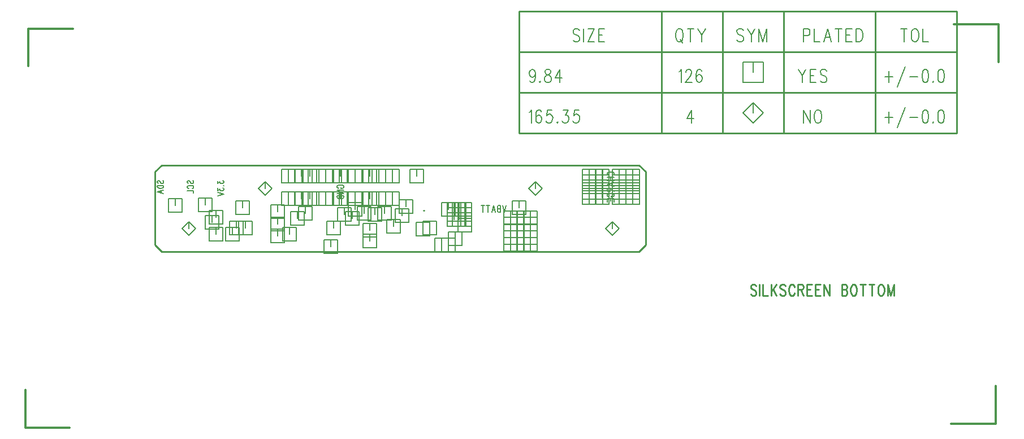
<source format=gbr>
*
*
G04 PADS 9.5 Build Number: 522968 generated Gerber (RS-274-X) file*
G04 PC Version=2.1*
*
%IN "BMON_1.pcb"*%
*
%MOIN*%
*
%FSLAX35Y35*%
*
*
*
*
G04 PC Standard Apertures*
*
*
G04 Thermal Relief Aperture macro.*
%AMTER*
1,1,$1,0,0*
1,0,$1-$2,0,0*
21,0,$3,$4,0,0,45*
21,0,$3,$4,0,0,135*
%
*
*
G04 Annular Aperture macro.*
%AMANN*
1,1,$1,0,0*
1,0,$2,0,0*
%
*
*
G04 Odd Aperture macro.*
%AMODD*
1,1,$1,0,0*
1,0,$1-0.005,0,0*
%
*
*
G04 PC Custom Aperture Macros*
*
*
*
*
*
*
G04 PC Aperture Table*
*
%ADD011C,0.01*%
%ADD015C,0.00591*%
%ADD016C,0.008*%
%ADD033C,0.001*%
%ADD057C,0.01181*%
*
*
*
*
G04 PC Circuitry*
G04 Layer Name BMON_1.pcb - circuitry*
%LPD*%
*
*
G04 PC Custom Flashes*
G04 Layer Name BMON_1.pcb - flashes*
%LPD*%
*
*
G04 PC Circuitry*
G04 Layer Name BMON_1.pcb - circuitry*
%LPD*%
*
G54D11*
G01X2006156Y1659025D02*
X2005701Y1659650D01*
X2005019Y1659963*
X2005019D02*
X2004110D01*
X2004110D02*
X2003429Y1659650D01*
X2002974Y1659025*
Y1658400*
X2003201Y1657775*
X2003429Y1657463*
X2003429D02*
X2003883Y1657150D01*
X2005247Y1656525*
X2005701Y1656213*
X2005701D02*
X2005929Y1655900D01*
X2006156Y1655275*
Y1654338*
X2006156D02*
X2005701Y1653713D01*
X2005701D02*
X2005019Y1653400D01*
X2004110*
X2003429Y1653713*
X2003429D02*
X2002974Y1654338D01*
X2008201Y1659963D02*
Y1653400D01*
X2010247Y1659963D02*
Y1653400D01*
X2012974*
X2015019Y1659963D02*
Y1653400D01*
X2018201Y1659963D02*
X2015019Y1655588D01*
X2016156Y1657150D02*
X2018201Y1653400D01*
X2023429Y1659025D02*
X2022974Y1659650D01*
X2022292Y1659963*
X2022292D02*
X2021383D01*
X2021383D02*
X2020701Y1659650D01*
X2020247Y1659025*
Y1658400*
X2020474Y1657775*
X2020701Y1657463*
X2020701D02*
X2021156Y1657150D01*
X2022519Y1656525*
X2022974Y1656213*
X2022974D02*
X2023201Y1655900D01*
X2023429Y1655275*
Y1654338*
X2023429D02*
X2022974Y1653713D01*
X2022974D02*
X2022292Y1653400D01*
X2021383*
X2020701Y1653713*
X2020701D02*
X2020247Y1654338D01*
X2028883Y1658400D02*
X2028656Y1659025D01*
X2028201Y1659650*
X2027747Y1659963*
X2027747D02*
X2026838D01*
X2026838D02*
X2026383Y1659650D01*
X2025929Y1659025*
X2025701Y1658400*
X2025474Y1657463*
X2025474D02*
Y1655900D01*
X2025701Y1654963*
X2025701D02*
X2025929Y1654338D01*
X2025929D02*
X2026383Y1653713D01*
X2026383D02*
X2026838Y1653400D01*
X2027747*
X2028201Y1653713*
X2028201D02*
X2028656Y1654338D01*
X2028656D02*
X2028883Y1654963D01*
X2030929Y1659963D02*
Y1653400D01*
Y1659963D02*
X2032974D01*
X2032974D02*
X2033656Y1659650D01*
X2033883Y1659338*
X2033883D02*
X2034110Y1658713D01*
X2034110D02*
Y1658088D01*
X2034110D02*
X2033883Y1657463D01*
X2033883D02*
X2033656Y1657150D01*
X2032974Y1656838*
X2032974D02*
X2030929D01*
X2032519D02*
X2034110Y1653400D01*
X2036156Y1659963D02*
Y1653400D01*
Y1659963D02*
X2039110D01*
X2036156Y1656838D02*
X2037974D01*
X2036156Y1653400D02*
X2039110D01*
X2041156Y1659963D02*
Y1653400D01*
Y1659963D02*
X2044110D01*
X2041156Y1656838D02*
X2042974D01*
X2041156Y1653400D02*
X2044110D01*
X2046156Y1659963D02*
Y1653400D01*
Y1659963D02*
X2049338Y1653400D01*
Y1659963D02*
Y1653400D01*
X2056610Y1659963D02*
Y1653400D01*
Y1659963D02*
X2058656D01*
X2058656D02*
X2059338Y1659650D01*
X2059565Y1659338*
X2059565D02*
X2059792Y1658713D01*
X2059792D02*
Y1658088D01*
X2059792D02*
X2059565Y1657463D01*
X2059565D02*
X2059338Y1657150D01*
X2058656Y1656838*
X2056610D02*
X2058656D01*
X2058656D02*
X2059338Y1656525D01*
X2059565Y1656213*
X2059565D02*
X2059792Y1655588D01*
X2059792D02*
Y1654650D01*
X2059565Y1654025*
X2059338Y1653713*
X2059338D02*
X2058656Y1653400D01*
X2056610*
X2063201Y1659963D02*
X2062747Y1659650D01*
X2062292Y1659025*
X2062065Y1658400*
X2061838Y1657463*
X2061838D02*
Y1655900D01*
X2062065Y1654963*
X2062065D02*
X2062292Y1654338D01*
X2062292D02*
X2062747Y1653713D01*
X2062747D02*
X2063201Y1653400D01*
X2064110*
X2064565Y1653713*
X2064565D02*
X2065019Y1654338D01*
X2065019D02*
X2065247Y1654963D01*
X2065247D02*
X2065474Y1655900D01*
Y1657463*
X2065474D02*
X2065247Y1658400D01*
X2065019Y1659025*
X2064565Y1659650*
X2064110Y1659963*
X2064110D02*
X2063201D01*
X2069110D02*
Y1653400D01*
X2067519Y1659963D02*
X2070701D01*
X2074338D02*
Y1653400D01*
X2072747Y1659963D02*
X2075929D01*
X2079338D02*
X2078883Y1659650D01*
X2078429Y1659025*
X2078201Y1658400*
X2077974Y1657463*
X2077974D02*
Y1655900D01*
X2078201Y1654963*
X2078201D02*
X2078429Y1654338D01*
X2078429D02*
X2078883Y1653713D01*
X2078883D02*
X2079338Y1653400D01*
X2080247*
X2080701Y1653713*
X2080701D02*
X2081156Y1654338D01*
X2081156D02*
X2081383Y1654963D01*
X2081383D02*
X2081610Y1655900D01*
Y1657463*
X2081610D02*
X2081383Y1658400D01*
X2081156Y1659025*
X2080701Y1659650*
X2080247Y1659963*
X2080247D02*
X2079338D01*
X2083656D02*
Y1653400D01*
Y1659963D02*
X2085474Y1653400D01*
X2087292Y1659963D02*
X2085474Y1653400D01*
X2087292Y1659963D02*
Y1653400D01*
X1937242Y1730419D02*
X1655746D01*
X1651809Y1726482*
Y1683175*
X1655746Y1679238*
X1937242*
X1941179Y1683175*
Y1726482*
X1937242Y1730419*
X1866494Y1821238D02*
X2124494D01*
X1866494Y1797238D02*
X2124494D01*
X1866494Y1773238D02*
X2124494D01*
X1866494Y1749238D02*
X2124494D01*
X1866494Y1821238D02*
Y1749238D01*
X1950494Y1821238D02*
Y1749238D01*
X1986494Y1821238D02*
Y1749238D01*
X2022494Y1821238D02*
Y1749238D01*
X2076494Y1821238D02*
Y1749238D01*
X2124494Y1821238D02*
Y1749238D01*
G54D15*
X1653693Y1719584D02*
X1653349Y1719835D01*
X1653177Y1720210*
Y1720711*
X1653349Y1721087*
X1653693Y1721338*
X1654038*
X1654382Y1721213*
X1654555Y1721087*
X1654727Y1720837*
X1655071Y1720085*
X1655244Y1719835*
X1655416Y1719709*
X1655760Y1719584*
X1656277*
X1656621Y1719835*
X1656794Y1720210*
Y1720711*
X1656621Y1721087*
X1656277Y1721338*
X1653177Y1718457D02*
X1656794D01*
X1653177D02*
Y1717580D01*
X1653349Y1717204*
X1653693Y1716953*
X1654038Y1716828*
X1654555Y1716703*
X1655416*
X1655932Y1716828*
X1656277Y1716953*
X1656621Y1717204*
X1656794Y1717580*
Y1718457*
X1653177Y1714573D02*
X1656794Y1715575D01*
X1653177Y1714573D02*
X1656794Y1713571D01*
X1655588Y1715200D02*
Y1713947D01*
X1671393Y1719584D02*
X1671049Y1719835D01*
X1670877Y1720210*
Y1720711*
X1671049Y1721087*
X1671393Y1721338*
X1671738*
X1672082Y1721213*
X1672255Y1721087*
X1672427Y1720837*
X1672771Y1720085*
X1672944Y1719835*
X1673116Y1719709*
X1673460Y1719584*
X1673977*
X1674321Y1719835*
X1674494Y1720210*
Y1720711*
X1674321Y1721087*
X1673977Y1721338*
X1671738Y1716578D02*
X1671393Y1716703D01*
X1671049Y1716953*
X1670877Y1717204*
Y1717705*
X1671049Y1717956*
X1671393Y1718206*
X1671738Y1718331*
X1672255Y1718457*
X1673116*
X1673632Y1718331*
X1673977Y1718206*
X1674321Y1717956*
X1674494Y1717705*
Y1717204*
X1674321Y1716953*
X1673977Y1716703*
X1673632Y1716578*
X1670877Y1715450D02*
X1674494D01*
Y1713947*
X1688677Y1721087D02*
Y1719709D01*
X1690055Y1720461*
Y1720085*
X1690227Y1719835*
X1690399Y1719709*
X1690916Y1719584*
X1691260*
X1691777Y1719709*
X1692121Y1719960*
X1692294Y1720336*
Y1720711*
X1692121Y1721087*
X1691949Y1721213*
X1691605Y1721338*
X1691949Y1718331D02*
X1692121Y1718457D01*
X1692294Y1718331*
X1692121Y1718206*
X1691949Y1718331*
X1688677Y1716828D02*
Y1715450D01*
X1690055Y1716202*
Y1715826*
X1690227Y1715575*
X1690399Y1715450*
X1690916Y1715325*
X1691260*
X1691777Y1715450*
X1692121Y1715701*
X1692294Y1716077*
Y1716452*
X1692121Y1716828*
X1691949Y1716953*
X1691605Y1717079*
X1688677Y1714197D02*
X1692294Y1713195D01*
X1688677Y1712193D02*
X1692294Y1713195D01*
X1919441Y1724425D02*
X1919072Y1724559D01*
X1918703Y1724827*
X1918518Y1725096*
Y1725632*
X1918518D02*
X1918703Y1725901D01*
X1919072Y1726169*
X1919441Y1726304*
X1919995Y1726438*
X1920917*
X1921471Y1726304*
X1921840Y1726169*
X1922209Y1725901*
X1922394Y1725632*
X1922394D02*
Y1725096D01*
X1922209Y1724827*
X1921840Y1724559*
X1921471Y1724425*
X1918518Y1723217D02*
X1922394D01*
X1918518Y1721338D02*
X1922394D01*
X1920364Y1723217D02*
Y1721338D01*
X1918518Y1719056D02*
X1922394Y1720130D01*
X1918518Y1719056D02*
X1922394Y1717982D01*
X1921102Y1719727D02*
Y1718385D01*
X1918518Y1716774D02*
X1922394D01*
X1918518D02*
Y1715566D01*
X1918703Y1715164*
X1918887Y1715029*
X1919256Y1714895*
X1919625*
X1919995Y1715029*
X1920179Y1715164*
X1920364Y1715566*
Y1716774*
Y1715835D02*
X1922394Y1714895D01*
X1919441Y1711674D02*
X1919072Y1711808D01*
X1918703Y1712077*
X1918518Y1712345*
Y1712882*
X1918703Y1713150*
X1919072Y1713419*
X1919441Y1713553*
X1919995Y1713687*
X1920917*
X1921471Y1713553*
X1921840Y1713419*
X1922209Y1713150*
X1922394Y1712882*
Y1712345*
X1922209Y1712077*
X1921840Y1711808*
X1921471Y1711674*
X1920917*
Y1712345D02*
Y1711674D01*
X1918518Y1710466D02*
X1922394D01*
X1918518D02*
Y1708721D01*
X1920364Y1710466D02*
Y1709392D01*
X1922394Y1710466D02*
Y1708721D01*
X1858894Y1706613D02*
X1857820Y1702738D01*
X1856746Y1706613D02*
X1857820Y1702738D01*
X1855538Y1706613D02*
Y1702738D01*
Y1706613D02*
X1854330D01*
X1853928Y1706429*
X1853793Y1706244*
X1853659Y1705875*
Y1705506*
X1853793Y1705137*
X1853928Y1704952*
X1854330Y1704768*
X1855538D02*
X1854330D01*
X1853928Y1704583*
X1853793Y1704399*
X1853659Y1704030*
Y1703476*
X1853793Y1703107*
X1853928Y1702922*
X1854330Y1702738*
X1855538*
X1851378Y1706613D02*
X1852451Y1702738D01*
X1851378Y1706613D02*
X1850304Y1702738D01*
X1852049Y1704030D02*
X1850707D01*
X1848156Y1706613D02*
Y1702738D01*
X1849096Y1706613D02*
X1847217D01*
X1845069D02*
Y1702738D01*
X1846009Y1706613D02*
X1844130D01*
X1760041Y1716725D02*
X1759672Y1716859D01*
X1759303Y1717127*
X1759118Y1717396*
Y1717932*
X1759118D02*
X1759303Y1718201D01*
X1759672Y1718469*
X1760041Y1718604*
X1760595Y1718738*
X1761517*
X1762071Y1718604*
X1762440Y1718469*
X1762809Y1718201*
X1762994Y1717932*
X1762994D02*
Y1717396D01*
X1762809Y1717127*
X1762440Y1716859*
X1762071Y1716725*
X1761517*
Y1717396D02*
Y1716725D01*
X1759118Y1715517D02*
X1762994D01*
X1759118D02*
X1762994Y1713638D01*
X1759118D02*
X1762994D01*
X1759118Y1712430D02*
X1762994D01*
X1759118D02*
Y1711490D01*
X1759303Y1711087*
X1759672Y1710819*
X1760041Y1710685*
X1760595Y1710551*
X1761517*
X1762071Y1710685*
X1762440Y1710819*
X1762809Y1711087*
X1762994Y1711490*
Y1712430*
X1810202Y1703559D02*
X1810448Y1703738D01*
X1810694Y1703559*
X1810448Y1703380*
X1810202Y1703559*
G54D16*
X1876218Y1712639D02*
X1880218Y1716639D01*
X1876218Y1720639*
X1872218Y1716639*
X1876218Y1712639*
Y1716639D02*
Y1720639D01*
X1716769Y1712639D02*
X1720769Y1716639D01*
X1716769Y1720639*
X1712769Y1716639*
X1716769Y1712639*
Y1716639D02*
Y1720639D01*
X1921297Y1689017D02*
X1925297Y1693017D01*
X1921297Y1697017*
X1917297Y1693017*
X1921297Y1689017*
Y1693017D02*
Y1697017D01*
X1671691Y1689017D02*
X1675691Y1693017D01*
X1671691Y1697017*
X1667691Y1693017*
X1671691Y1689017*
Y1693017D02*
Y1697017D01*
X1751549Y1678387D02*
X1759549D01*
Y1686387*
X1751549*
Y1678387*
X1755549Y1682387D02*
Y1686387D01*
X1816903Y1679175D02*
X1824903D01*
Y1687175*
X1816903*
Y1679175*
X1820903Y1683175D02*
Y1687175D01*
X1820840Y1679175D02*
X1828840D01*
Y1687175*
X1820840*
Y1679175*
X1824840Y1683175D02*
Y1687175D01*
X1865235Y1679650D02*
X1873235D01*
Y1687650*
X1865235*
Y1679650*
X1869235Y1683650D02*
Y1687650D01*
X1857361Y1679650D02*
X1865361D01*
Y1687650*
X1857361*
Y1679650*
X1861361Y1683650D02*
Y1687650D01*
X1861298Y1679650D02*
X1869298D01*
Y1687650*
X1861298*
Y1679650*
X1865298Y1683650D02*
Y1687650D01*
X1869172Y1679650D02*
X1877172D01*
Y1687650*
X1869172*
Y1679650*
X1873172Y1683650D02*
Y1687650D01*
X1683832Y1685474D02*
X1691832D01*
Y1693474*
X1683832*
Y1685474*
X1687832Y1689474D02*
Y1693474D01*
X1681470Y1692561D02*
X1689470D01*
Y1700561*
X1681470*
Y1692561*
X1685470Y1696561D02*
Y1700561D01*
X1683832Y1695710D02*
X1691832D01*
Y1703710*
X1683832*
Y1695710*
X1687832Y1699710D02*
Y1703710D01*
X1695643Y1689411D02*
X1703643D01*
Y1697411*
X1695643*
Y1689411*
X1699643Y1693411D02*
Y1697411D01*
X1701155Y1689411D02*
X1709155D01*
Y1697411*
X1701155*
Y1689411*
X1705155Y1693411D02*
Y1697411D01*
X1693281Y1685474D02*
X1701281D01*
Y1693474*
X1693281*
Y1685474*
X1697281Y1689474D02*
Y1693474D01*
X1699580Y1701222D02*
X1707580D01*
Y1709222*
X1699580*
Y1701222*
X1703580Y1705222D02*
Y1709222D01*
X1720053Y1698860D02*
X1728053D01*
Y1706860*
X1720053*
Y1698860*
X1724053Y1702860D02*
Y1706860D01*
X1720053Y1691773D02*
X1728053D01*
Y1699773*
X1720053*
Y1691773*
X1724053Y1695773D02*
Y1699773D01*
X1720053Y1684687D02*
X1728053D01*
Y1692687*
X1720053*
Y1684687*
X1724053Y1688687D02*
Y1692687D01*
X1731864Y1694923D02*
X1739864D01*
Y1702923*
X1731864*
Y1694923*
X1735864Y1698923D02*
Y1702923D01*
X1736588Y1698072D02*
X1744588D01*
Y1706072*
X1736588*
Y1698072*
X1740588Y1702072D02*
Y1706072D01*
X1727139Y1685474D02*
X1735139D01*
Y1693474*
X1727139*
Y1685474*
X1731139Y1689474D02*
Y1693474D01*
X1764147Y1694923D02*
X1772147D01*
Y1702923*
X1764147*
Y1694923*
X1768147Y1698923D02*
Y1702923D01*
X1753124Y1689411D02*
X1761124D01*
Y1697411*
X1753124*
Y1689411*
X1757124Y1693411D02*
Y1697411D01*
X1759423Y1697285D02*
X1767423D01*
Y1705285*
X1759423*
Y1697285*
X1763423Y1701285D02*
Y1705285D01*
X1765722Y1700435D02*
X1773722D01*
Y1708435*
X1765722*
Y1700435*
X1769722Y1704435D02*
Y1708435D01*
X1771234Y1698072D02*
X1779234D01*
Y1706072*
X1771234*
Y1698072*
X1775234Y1702072D02*
Y1706072D01*
X1774383Y1681537D02*
X1782383D01*
Y1689537*
X1774383*
Y1681537*
X1778383Y1685537D02*
Y1689537D01*
X1777533Y1697285D02*
X1785533D01*
Y1705285*
X1777533*
Y1697285*
X1781533Y1701285D02*
Y1705285D01*
X1783045Y1698072D02*
X1791045D01*
Y1706072*
X1783045*
Y1698072*
X1787045Y1702072D02*
Y1706072D01*
X1774383Y1687836D02*
X1782383D01*
Y1695836*
X1774383*
Y1687836*
X1778383Y1691836D02*
Y1695836D01*
X1788557Y1690198D02*
X1796557D01*
Y1698198*
X1788557*
Y1690198*
X1792557Y1694198D02*
Y1698198D01*
X1793281Y1696498D02*
X1801281D01*
Y1704498*
X1793281*
Y1696498*
X1797281Y1700498D02*
Y1704498D01*
X1805880Y1688624D02*
X1813880D01*
Y1696624*
X1805880*
Y1688624*
X1809880Y1692624D02*
Y1696624D01*
X1824777Y1683112D02*
X1832777D01*
Y1691112*
X1824777*
Y1683112*
X1828777Y1687112D02*
Y1691112D01*
X1820840Y1700435D02*
X1828840D01*
Y1708435*
X1820840*
Y1700435*
X1824840Y1704435D02*
Y1708435D01*
X1823990Y1700435D02*
X1831990D01*
Y1708435*
X1823990*
Y1700435*
X1827990Y1704435D02*
Y1708435D01*
X1823990Y1697285D02*
X1831990D01*
Y1705285*
X1823990*
Y1697285*
X1827990Y1701285D02*
Y1705285D01*
X1823990Y1694135D02*
X1831990D01*
Y1702135*
X1823990*
Y1694135*
X1827990Y1698135D02*
Y1702135D01*
X1809817Y1689411D02*
X1817817D01*
Y1697411*
X1809817*
Y1689411*
X1813817Y1693411D02*
Y1697411D01*
X1827139Y1700435D02*
X1835139D01*
Y1708435*
X1827139*
Y1700435*
X1831139Y1704435D02*
Y1708435D01*
X1830289Y1700435D02*
X1838289D01*
Y1708435*
X1830289*
Y1700435*
X1834289Y1704435D02*
Y1708435D01*
X1830289Y1697285D02*
X1838289D01*
Y1705285*
X1830289*
Y1697285*
X1834289Y1701285D02*
Y1705285D01*
X1827139Y1697285D02*
X1835139D01*
Y1705285*
X1827139*
Y1697285*
X1831139Y1701285D02*
Y1705285D01*
X1827139Y1694135D02*
X1835139D01*
Y1702135*
X1827139*
Y1694135*
X1831139Y1698135D02*
Y1702135D01*
X1830289Y1694135D02*
X1838289D01*
Y1702135*
X1830289*
Y1694135*
X1834289Y1698135D02*
Y1702135D01*
X1830294Y1690938D02*
X1838294D01*
Y1698938*
X1830294*
Y1690938*
X1834294Y1694938D02*
Y1698938D01*
X1865235Y1683587D02*
X1873235D01*
Y1691587*
X1865235*
Y1683587*
X1869235Y1687587D02*
Y1691587D01*
X1857361Y1683587D02*
X1865361D01*
Y1691587*
X1857361*
Y1683587*
X1861361Y1687587D02*
Y1691587D01*
X1861298Y1683587D02*
X1869298D01*
Y1691587*
X1861298*
Y1683587*
X1865298Y1687587D02*
Y1691587D01*
X1865235Y1687524D02*
X1873235D01*
Y1695524*
X1865235*
Y1687524*
X1869235Y1691524D02*
Y1695524D01*
X1857361Y1687524D02*
X1865361D01*
Y1695524*
X1857361*
Y1687524*
X1861361Y1691524D02*
Y1695524D01*
X1857361Y1695398D02*
X1865361D01*
Y1703398*
X1857361*
Y1695398*
X1861361Y1699398D02*
Y1703398D01*
X1861298Y1691461D02*
X1869298D01*
Y1699461*
X1861298*
Y1691461*
X1865298Y1695461D02*
Y1699461D01*
X1857361Y1691461D02*
X1865361D01*
Y1699461*
X1857361*
Y1691461*
X1861361Y1695461D02*
Y1699461D01*
X1865235Y1695398D02*
X1873235D01*
Y1703398*
X1865235*
Y1695398*
X1869235Y1699398D02*
Y1703398D01*
X1861298Y1695398D02*
X1869298D01*
Y1703398*
X1861298*
Y1695398*
X1865298Y1699398D02*
Y1703398D01*
X1865235Y1691461D02*
X1873235D01*
Y1699461*
X1865235*
Y1691461*
X1869235Y1695461D02*
Y1699461D01*
X1861298Y1687524D02*
X1869298D01*
Y1695524*
X1861298*
Y1687524*
X1865298Y1691524D02*
Y1695524D01*
X1862572Y1701222D02*
X1870572D01*
Y1709222*
X1862572*
Y1701222*
X1866572Y1705222D02*
Y1709222D01*
X1869172Y1683587D02*
X1877172D01*
Y1691587*
X1869172*
Y1683587*
X1873172Y1687587D02*
Y1691587D01*
X1869172Y1687524D02*
X1877172D01*
Y1695524*
X1869172*
Y1687524*
X1873172Y1691524D02*
Y1695524D01*
X1869172Y1695398D02*
X1877172D01*
Y1703398*
X1869172*
Y1695398*
X1873172Y1699398D02*
Y1703398D01*
X1869172Y1691461D02*
X1877172D01*
Y1699461*
X1869172*
Y1691461*
X1873172Y1695461D02*
Y1699461D01*
X1659694Y1702738D02*
X1667694D01*
Y1710738*
X1659694*
Y1702738*
X1663694Y1706738D02*
Y1710738D01*
X1677494Y1702938D02*
X1685494D01*
Y1710938*
X1677494*
Y1702938*
X1681494Y1706938D02*
Y1710938D01*
X1738950Y1706734D02*
X1746950D01*
Y1714734*
X1738950*
Y1706734*
X1742950Y1710734D02*
Y1714734D01*
X1738950Y1720120D02*
X1746950D01*
Y1728120*
X1738950*
Y1720120*
X1742950Y1724120D02*
Y1728120D01*
X1744462Y1706734D02*
X1752462D01*
Y1714734*
X1744462*
Y1706734*
X1748462Y1710734D02*
Y1714734D01*
X1730289Y1706734D02*
X1738289D01*
Y1714734*
X1730289*
Y1706734*
X1734289Y1710734D02*
Y1714734D01*
X1726352Y1706734D02*
X1734352D01*
Y1714734*
X1726352*
Y1706734*
X1730352Y1710734D02*
Y1714734D01*
X1734226Y1706734D02*
X1742226D01*
Y1714734*
X1734226*
Y1706734*
X1738226Y1710734D02*
Y1714734D01*
X1730289Y1720120D02*
X1738289D01*
Y1728120*
X1730289*
Y1720120*
X1734289Y1724120D02*
Y1728120D01*
X1726352Y1720120D02*
X1734352D01*
Y1728120*
X1726352*
Y1720120*
X1730352Y1724120D02*
Y1728120D01*
X1734226Y1720120D02*
X1742226D01*
Y1728120*
X1734226*
Y1720120*
X1738226Y1724120D02*
Y1728120D01*
X1744462Y1720120D02*
X1752462D01*
Y1728120*
X1744462*
Y1720120*
X1748462Y1724120D02*
Y1728120D01*
X1757061Y1706734D02*
X1765061D01*
Y1714734*
X1757061*
Y1706734*
X1761061Y1710734D02*
Y1714734D01*
X1757061Y1720120D02*
X1765061D01*
Y1728120*
X1757061*
Y1720120*
X1761061Y1724120D02*
Y1728120D01*
X1748399Y1706734D02*
X1756399D01*
Y1714734*
X1748399*
Y1706734*
X1752399Y1710734D02*
Y1714734D01*
X1752336Y1706734D02*
X1760336D01*
Y1714734*
X1752336*
Y1706734*
X1756336Y1710734D02*
Y1714734D01*
X1748399Y1720120D02*
X1756399D01*
Y1728120*
X1748399*
Y1720120*
X1752399Y1724120D02*
Y1728120D01*
X1752336Y1720120D02*
X1760336D01*
Y1728120*
X1752336*
Y1720120*
X1756336Y1724120D02*
Y1728120D01*
X1761785Y1720120D02*
X1769785D01*
Y1728120*
X1761785*
Y1720120*
X1765785Y1724120D02*
Y1728120D01*
X1765722Y1720120D02*
X1773722D01*
Y1728120*
X1765722*
Y1720120*
X1769722Y1724120D02*
Y1728120D01*
X1761785Y1706734D02*
X1769785D01*
Y1714734*
X1761785*
Y1706734*
X1765785Y1710734D02*
Y1714734D01*
X1765722Y1706734D02*
X1773722D01*
Y1714734*
X1765722*
Y1706734*
X1769722Y1710734D02*
Y1714734D01*
X1774383Y1706734D02*
X1782383D01*
Y1714734*
X1774383*
Y1706734*
X1778383Y1710734D02*
Y1714734D01*
X1774383Y1720120D02*
X1782383D01*
Y1728120*
X1774383*
Y1720120*
X1778383Y1724120D02*
Y1728120D01*
X1769659Y1720120D02*
X1777659D01*
Y1728120*
X1769659*
Y1720120*
X1773659Y1724120D02*
Y1728120D01*
X1779895Y1720120D02*
X1787895D01*
Y1728120*
X1779895*
Y1720120*
X1783895Y1724120D02*
Y1728120D01*
X1783832Y1720120D02*
X1791832D01*
Y1728120*
X1783832*
Y1720120*
X1787832Y1724120D02*
Y1728120D01*
X1779895Y1706734D02*
X1787895D01*
Y1714734*
X1779895*
Y1706734*
X1783895Y1710734D02*
Y1714734D01*
X1783832Y1706734D02*
X1791832D01*
Y1714734*
X1783832*
Y1706734*
X1787832Y1710734D02*
Y1714734D01*
X1769659Y1706734D02*
X1777659D01*
Y1714734*
X1769659*
Y1706734*
X1773659Y1710734D02*
Y1714734D01*
X1801943Y1720120D02*
X1809943D01*
Y1728120*
X1801943*
Y1720120*
X1805943Y1724120D02*
Y1728120D01*
X1795643Y1702009D02*
X1803643D01*
Y1710009*
X1795643*
Y1702009*
X1799643Y1706009D02*
Y1710009D01*
X1787769Y1720120D02*
X1795769D01*
Y1728120*
X1787769*
Y1720120*
X1791769Y1724120D02*
Y1728120D01*
X1787769Y1706734D02*
X1795769D01*
Y1714734*
X1787769*
Y1706734*
X1791769Y1710734D02*
Y1714734D01*
X1903717Y1707221D02*
X1911717D01*
Y1715221*
X1903717*
Y1707221*
X1907717Y1711221D02*
Y1715221D01*
X1903717Y1719820D02*
X1911717D01*
Y1727820*
X1903717*
Y1719820*
X1907717Y1723820D02*
Y1727820D01*
X1903717Y1716670D02*
X1911717D01*
Y1724670*
X1903717*
Y1716670*
X1907717Y1720670D02*
Y1724670D01*
X1903717Y1713520D02*
X1911717D01*
Y1721520*
X1903717*
Y1713520*
X1907717Y1717520D02*
Y1721520D01*
X1903717Y1710371D02*
X1911717D01*
Y1718371*
X1903717*
Y1710371*
X1907717Y1714371D02*
Y1718371D01*
X1907654Y1707221D02*
X1915654D01*
Y1715221*
X1907654*
Y1707221*
X1911654Y1711221D02*
Y1715221D01*
X1911591Y1710371D02*
X1919591D01*
Y1718371*
X1911591*
Y1710371*
X1915591Y1714371D02*
Y1718371D01*
X1907654Y1710371D02*
X1915654D01*
Y1718371*
X1907654*
Y1710371*
X1911654Y1714371D02*
Y1718371D01*
X1911591Y1719820D02*
X1919591D01*
Y1727820*
X1911591*
Y1719820*
X1915591Y1723820D02*
Y1727820D01*
X1907654Y1719820D02*
X1915654D01*
Y1727820*
X1907654*
Y1719820*
X1911654Y1723820D02*
Y1727820D01*
X1911591Y1716670D02*
X1919591D01*
Y1724670*
X1911591*
Y1716670*
X1915591Y1720670D02*
Y1724670D01*
X1907654Y1716670D02*
X1915654D01*
Y1724670*
X1907654*
Y1716670*
X1911654Y1720670D02*
Y1724670D01*
X1907654Y1713520D02*
X1915654D01*
Y1721520*
X1907654*
Y1713520*
X1911654Y1717520D02*
Y1721520D01*
X1911591Y1713520D02*
X1919591D01*
Y1721520*
X1911591*
Y1713520*
X1915591Y1717520D02*
Y1721520D01*
X1911591Y1707221D02*
X1919591D01*
Y1715221*
X1911591*
Y1707221*
X1915591Y1711221D02*
Y1715221D01*
X1925365Y1716670D02*
X1933365D01*
Y1724670*
X1925365*
Y1716670*
X1929365Y1720670D02*
Y1724670D01*
X1925365Y1713520D02*
X1933365D01*
Y1721520*
X1925365*
Y1713520*
X1929365Y1717520D02*
Y1721520D01*
X1925365Y1719820D02*
X1933365D01*
Y1727820*
X1925365*
Y1719820*
X1929365Y1723820D02*
Y1727820D01*
X1925365Y1710371D02*
X1933365D01*
Y1718371*
X1925365*
Y1710371*
X1929365Y1714371D02*
Y1718371D01*
X1921428Y1719820D02*
X1929428D01*
Y1727820*
X1921428*
Y1719820*
X1925428Y1723820D02*
Y1727820D01*
X1925365Y1707221D02*
X1933365D01*
Y1715221*
X1925365*
Y1707221*
X1929365Y1711221D02*
Y1715221D01*
X1921428Y1716670D02*
X1929428D01*
Y1724670*
X1921428*
Y1716670*
X1925428Y1720670D02*
Y1724670D01*
X1921428Y1713520D02*
X1929428D01*
Y1721520*
X1921428*
Y1713520*
X1925428Y1717520D02*
Y1721520D01*
X1921428Y1710371D02*
X1929428D01*
Y1718371*
X1921428*
Y1710371*
X1925428Y1714371D02*
Y1718371D01*
X1921428Y1707221D02*
X1929428D01*
Y1715221*
X1921428*
Y1707221*
X1925428Y1711221D02*
Y1715221D01*
X1929302Y1719820D02*
X1937302D01*
Y1727820*
X1929302*
Y1719820*
X1933302Y1723820D02*
Y1727820D01*
X1929302Y1716670D02*
X1937302D01*
Y1724670*
X1929302*
Y1716670*
X1933302Y1720670D02*
Y1724670D01*
X1929302Y1713520D02*
X1937302D01*
Y1721520*
X1929302*
Y1713520*
X1933302Y1717520D02*
Y1721520D01*
X1929302Y1710371D02*
X1937302D01*
Y1718371*
X1929302*
Y1710371*
X1933302Y1714371D02*
Y1718371D01*
X1929302Y1707221D02*
X1937302D01*
Y1715221*
X1929302*
Y1707221*
X1933302Y1711221D02*
Y1715221D01*
X1902094Y1809988D02*
X1901548Y1810738D01*
X1900730Y1811113*
X1899639*
X1898821Y1810738*
X1898276Y1809988*
Y1809238*
X1898548Y1808488*
X1898821Y1808113*
X1899366Y1807738*
X1901003Y1806988*
X1901548Y1806613*
X1901821Y1806238*
X1902094Y1805488*
Y1804363*
X1901548Y1803613*
X1900730Y1803238*
X1899639*
X1898821Y1803613*
X1898276Y1804363*
X1904548Y1811113D02*
Y1803238D01*
X1910821Y1811113D02*
X1907003Y1803238D01*
Y1811113D02*
X1910821D01*
X1907003Y1803238D02*
X1910821D01*
X1913276Y1811113D02*
Y1803238D01*
Y1811113D02*
X1916821D01*
X1913276Y1807363D02*
X1915457D01*
X1913276Y1803238D02*
X1916821D01*
X1960457Y1811113D02*
X1959912Y1810738D01*
X1959366Y1809988*
X1959094Y1809238*
X1958821Y1808113*
Y1806238*
X1959094Y1805113*
X1959366Y1804363*
X1959912Y1803613*
X1960457Y1803238*
X1961548*
X1962094Y1803613*
X1962639Y1804363*
X1962912Y1805113*
X1963185Y1806238*
Y1808113*
X1962912Y1809238*
X1962639Y1809988*
X1962094Y1810738*
X1961548Y1811113*
X1960457*
X1961276Y1804738D02*
X1962912Y1802488D01*
X1967548Y1811113D02*
Y1803238D01*
X1965639Y1811113D02*
X1969457D01*
X1971912D02*
X1974094Y1807363D01*
Y1803238*
X1976276Y1811113D02*
X1974094Y1807363D01*
X1998639Y1809988D02*
X1998094Y1810738D01*
X1997276Y1811113*
X1996185*
X1995366Y1810738*
X1994821Y1809988*
Y1809238*
X1995094Y1808488*
X1995366Y1808113*
X1995912Y1807738*
X1997548Y1806988*
X1998094Y1806613*
X1998366Y1806238*
X1998639Y1805488*
Y1804363*
X1998094Y1803613*
X1997276Y1803238*
X1996185*
X1995366Y1803613*
X1994821Y1804363*
X2001094Y1811113D02*
X2003276Y1807363D01*
Y1803238*
X2005457Y1811113D02*
X2003276Y1807363D01*
X2007912Y1811113D02*
Y1803238D01*
Y1811113D02*
X2010094Y1803238D01*
X2012276Y1811113D02*
X2010094Y1803238D01*
X2012276Y1811113D02*
Y1803238D01*
X2034094Y1811113D02*
Y1803238D01*
Y1811113D02*
X2036548D01*
X2037366Y1810738*
X2037639Y1810363*
X2037912Y1809613*
Y1808488*
X2037639Y1807738*
X2037366Y1807363*
X2036548Y1806988*
X2034094*
X2040366Y1811113D02*
Y1803238D01*
X2043639*
X2048276Y1811113D02*
X2046094Y1803238D01*
X2048276Y1811113D02*
X2050457Y1803238D01*
X2046912Y1805863D02*
X2049639D01*
X2054821Y1811113D02*
Y1803238D01*
X2052912Y1811113D02*
X2056730D01*
X2059185D02*
Y1803238D01*
Y1811113D02*
X2062730D01*
X2059185Y1807363D02*
X2061366D01*
X2059185Y1803238D02*
X2062730D01*
X2065185Y1811113D02*
Y1803238D01*
Y1811113D02*
X2067094D01*
X2067912Y1810738*
X2068457Y1809988*
X2068730Y1809238*
X2069003Y1808113*
Y1806238*
X2068730Y1805113*
X2068457Y1804363*
X2067912Y1803613*
X2067094Y1803238*
X2065185*
X2093276Y1811113D02*
Y1803238D01*
X2091366Y1811113D02*
X2095185D01*
X2099276D02*
X2098730Y1810738D01*
X2098185Y1809988*
X2097912Y1809238*
X2097639Y1808113*
Y1806238*
X2097912Y1805113*
X2098185Y1804363*
X2098730Y1803613*
X2099276Y1803238*
X2100366*
X2100912Y1803613*
X2101457Y1804363*
X2101730Y1805113*
X2102003Y1806238*
Y1808113*
X2101730Y1809238*
X2101457Y1809988*
X2100912Y1810738*
X2100366Y1811113*
X2099276*
X2104457D02*
Y1803238D01*
X2107730*
X1876039Y1784488D02*
X1875766Y1783363D01*
X1875221Y1782613*
X1874403Y1782238*
X1874130*
X1873312Y1782613*
X1872766Y1783363*
X1872494Y1784488*
Y1784863*
X1872766Y1785988*
X1873312Y1786738*
X1874130Y1787113*
X1874403*
X1875221Y1786738*
X1875766Y1785988*
X1876039Y1784488*
Y1782613*
X1875766Y1780738*
X1875221Y1779613*
X1874403Y1779238*
X1873857*
X1873039Y1779613*
X1872766Y1780363*
X1878766Y1779988D02*
X1878494Y1779613D01*
X1878766Y1779238*
X1879039Y1779613*
X1878766Y1779988*
X1882857Y1787113D02*
X1882039Y1786738D01*
X1881766Y1785988*
Y1785238*
X1882039Y1784488*
X1882585Y1784113*
X1883676Y1783738*
X1884494Y1783363*
X1885039Y1782613*
X1885312Y1781863*
Y1780738*
X1885039Y1779988*
X1884766Y1779613*
X1883948Y1779238*
X1882857*
X1882039Y1779613*
X1881766Y1779988*
X1881494Y1780738*
Y1781863*
X1881766Y1782613*
X1882312Y1783363*
X1883130Y1783738*
X1884221Y1784113*
X1884766Y1784488*
X1885039Y1785238*
Y1785988*
X1884766Y1786738*
X1883948Y1787113*
X1882857*
X1890494D02*
X1887766Y1781863D01*
X1891857*
X1890494Y1787113D02*
Y1779238D01*
X1960730Y1785613D02*
X1961276Y1785988D01*
X1962094Y1787113*
Y1779238*
X1964821Y1785238D02*
Y1785613D01*
X1965094Y1786363*
X1965366Y1786738*
X1965912Y1787113*
X1967003*
X1967548Y1786738*
X1967821Y1786363*
X1968094Y1785613*
Y1784863*
X1967821Y1784113*
X1967276Y1782988*
X1964548Y1779238*
X1968366*
X1974094Y1785988D02*
X1973821Y1786738D01*
X1973003Y1787113*
X1972457*
X1971639Y1786738*
X1971094Y1785613*
X1970821Y1783738*
Y1781863*
X1971094Y1780363*
X1971639Y1779613*
X1972457Y1779238*
X1972730*
X1973548Y1779613*
X1974094Y1780363*
X1974366Y1781488*
Y1781863*
X1974094Y1782988*
X1973548Y1783738*
X1972730Y1784113*
X1972457*
X1971639Y1783738*
X1971094Y1782988*
X1970821Y1781863*
X1998494Y1779238D02*
X2010494D01*
Y1791238*
X1998494*
Y1779238*
X2004494Y1785238D02*
Y1791238D01*
X2031230Y1787113D02*
X2033412Y1783363D01*
Y1779238*
X2035594Y1787113D02*
X2033412Y1783363D01*
X2038048Y1787113D02*
Y1779238D01*
Y1787113D02*
X2041594D01*
X2038048Y1783363D02*
X2040230D01*
X2038048Y1779238D02*
X2041594D01*
X2047866Y1785988D02*
X2047321Y1786738D01*
X2046503Y1787113*
X2045412*
X2044594Y1786738*
X2044048Y1785988*
Y1785238*
X2044321Y1784488*
X2044594Y1784113*
X2045139Y1783738*
X2046776Y1782988*
X2047321Y1782613*
X2047594Y1782238*
X2047866Y1781488*
Y1780363*
X2047321Y1779613*
X2046503Y1779238*
X2045412*
X2044594Y1779613*
X2044048Y1780363*
X2084412Y1785988D02*
Y1779238D01*
X2081957Y1782613D02*
X2086866D01*
X2094230Y1788613D02*
X2089321Y1776613D01*
X2096685Y1782613D02*
X2101594D01*
X2105685Y1787113D02*
X2104866Y1786738D01*
X2104321Y1785613*
X2104048Y1783738*
Y1782613*
X2104321Y1780738*
X2104866Y1779613*
X2105685Y1779238*
X2106230*
X2107048Y1779613*
X2107594Y1780738*
X2107866Y1782613*
Y1783738*
X2107594Y1785613*
X2107048Y1786738*
X2106230Y1787113*
X2105685*
X2110594Y1779988D02*
X2110321Y1779613D01*
X2110594Y1779238*
X2110866Y1779613*
X2110594Y1779988*
X2114957Y1787113D02*
X2114139Y1786738D01*
X2113594Y1785613*
X2113321Y1783738*
Y1782613*
X2113594Y1780738*
X2114139Y1779613*
X2114957Y1779238*
X2115503*
X2116321Y1779613*
X2116866Y1780738*
X2117139Y1782613*
Y1783738*
X2116866Y1785613*
X2116321Y1786738*
X2115503Y1787113*
X2114957*
X1872494Y1761613D02*
X1873039Y1761988D01*
X1873857Y1763113*
Y1755238*
X1879585Y1761988D02*
X1879312Y1762738D01*
X1878494Y1763113*
X1877948*
X1877130Y1762738*
X1876585Y1761613*
X1876312Y1759738*
Y1757863*
X1876585Y1756363*
X1877130Y1755613*
X1877948Y1755238*
X1878221*
X1879039Y1755613*
X1879585Y1756363*
X1879857Y1757488*
Y1757863*
X1879585Y1758988*
X1879039Y1759738*
X1878221Y1760113*
X1877948*
X1877130Y1759738*
X1876585Y1758988*
X1876312Y1757863*
X1885857Y1763113D02*
X1883130D01*
X1882857Y1759738*
X1883130Y1760113*
X1883948Y1760488*
X1884766*
X1885585Y1760113*
X1886130Y1759363*
X1886403Y1758238*
X1886130Y1757488*
X1885857Y1756363*
X1885312Y1755613*
X1884494Y1755238*
X1883676*
X1882857Y1755613*
X1882585Y1755988*
X1882312Y1756738*
X1889130Y1755988D02*
X1888857Y1755613D01*
X1889130Y1755238*
X1889403Y1755613*
X1889130Y1755988*
X1892403Y1763113D02*
X1895403D01*
X1893766Y1760113*
X1894585*
X1895130Y1759738*
X1895403Y1759363*
X1895676Y1758238*
Y1757488*
X1895403Y1756363*
X1894857Y1755613*
X1894039Y1755238*
X1893221*
X1892403Y1755613*
X1892130Y1755988*
X1891857Y1756738*
X1901676Y1763113D02*
X1898948D01*
X1898676Y1759738*
X1898948Y1760113*
X1899766Y1760488*
X1900585*
X1901403Y1760113*
X1901948Y1759363*
X1902221Y1758238*
X1901948Y1757488*
X1901676Y1756363*
X1901130Y1755613*
X1900312Y1755238*
X1899494*
X1898676Y1755613*
X1898403Y1755988*
X1898130Y1756738*
X1968230Y1763113D02*
X1965503Y1757863D01*
X1969594*
X1968230Y1763113D02*
Y1755238D01*
X2004494D02*
X2010494Y1761238D01*
X2004494Y1767238*
X1998494Y1761238*
X2004494Y1755238*
Y1761238D02*
Y1767238D01*
X2034230Y1763113D02*
Y1755238D01*
Y1763113D02*
X2038048Y1755238D01*
Y1763113D02*
Y1755238D01*
X2042139Y1763113D02*
X2041594Y1762738D01*
X2041048Y1761988*
X2040776Y1761238*
X2040503Y1760113*
Y1758238*
X2040776Y1757113*
X2041048Y1756363*
X2041594Y1755613*
X2042139Y1755238*
X2043230*
X2043776Y1755613*
X2044321Y1756363*
X2044594Y1757113*
X2044866Y1758238*
Y1760113*
X2044594Y1761238*
X2044321Y1761988*
X2043776Y1762738*
X2043230Y1763113*
X2042139*
X2084412Y1761988D02*
Y1755238D01*
X2081957Y1758613D02*
X2086866D01*
X2094230Y1764613D02*
X2089321Y1752613D01*
X2096685Y1758613D02*
X2101594D01*
X2105685Y1763113D02*
X2104866Y1762738D01*
X2104321Y1761613*
X2104048Y1759738*
Y1758613*
X2104321Y1756738*
X2104866Y1755613*
X2105685Y1755238*
X2106230*
X2107048Y1755613*
X2107594Y1756738*
X2107866Y1758613*
Y1759738*
X2107594Y1761613*
X2107048Y1762738*
X2106230Y1763113*
X2105685*
X2110594Y1755988D02*
X2110321Y1755613D01*
X2110594Y1755238*
X2110866Y1755613*
X2110594Y1755988*
X2114957Y1763113D02*
X2114139Y1762738D01*
X2113594Y1761613*
X2113321Y1759738*
Y1758613*
X2113594Y1756738*
X2114139Y1755613*
X2114957Y1755238*
X2115503*
X2116321Y1755613*
X2116866Y1756738*
X2117139Y1758613*
Y1759738*
X2116866Y1761613*
X2116321Y1762738*
X2115503Y1763113*
X2114957*
G54D33*
G54D57*
X1577094Y1788838D02*
Y1811082D01*
X1603275*
X1575394Y1597638D02*
Y1575394D01*
X1601575*
X2149094Y1791238D02*
Y1813482D01*
X2122913*
X2147394Y1600038D02*
Y1577794D01*
X2121213*
X0Y0D02*
M02*

</source>
